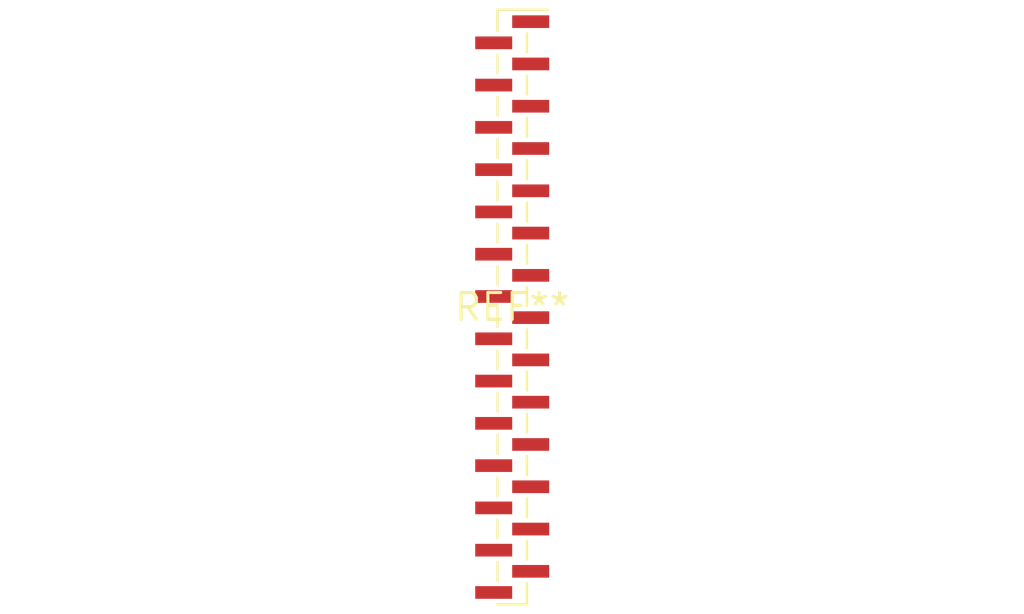
<source format=kicad_pcb>
(kicad_pcb (version 20240108) (generator pcbnew)
  (layers (0 "F.Cu" signal) (31 "B.Cu" signal) (34 "B.Paste" user) (35 "F.Paste" user) (36 "B.SilkS" user "B.Silkscreen") (37 "F.SilkS" user "F.Silkscreen") (38 "B.Mask" user) (39 "F.Mask" user) (44 "Edge.Cuts" user))
  (net 0 "")
  (footprint "PinHeader_1x28_P1.00mm_Vertical_SMD_Pin1Right" (layer "F.Cu") (at 0 0)
    (property "Reference" "REF**")
    (property "Value" "PinHeader_1x28_P1.00mm_Vertical_SMD_Pin1Right")
    (fp_line (start -0.695 -14.06) (end -0.695 -13.06) (layer "F.SilkS") (stroke (width 0.12)))
    (fp_line (start -0.695 -14.06) (end 0.695 -14.06) (layer "F.SilkS") (stroke (width 0.12)))
    (fp_line (start -0.695 -13.94) (end -0.695 -13.06) (layer "F.SilkS") (stroke (width 0.12)))
    (fp_line (start -0.695 -11.94) (end -0.695 -11.06) (layer "F.SilkS") (stroke (width 0.12)))
    (fp_line (start -0.695 -9.94) (end -0.695 -9.06) (layer "F.SilkS") (stroke (width 0.12)))
    (fp_line (start -0.695 -7.94) (end -0.695 -7.06) (layer "F.SilkS") (stroke (width 0.12)))
    (fp_line (start -0.695 -5.94) (end -0.695 -5.06) (layer "F.SilkS") (stroke (width 0.12)))
    (fp_line (start -0.695 -3.94) (end -0.695 -3.06) (layer "F.SilkS") (stroke (width 0.12)))
    (fp_line (start -0.695 -1.94) (end -0.695 -1.06) (layer "F.SilkS") (stroke (width 0.12)))
    (fp_line (start -0.695 0.06) (end -0.695 0.94) (layer "F.SilkS") (stroke (width 0.12)))
    (fp_line (start -0.695 2.06) (end -0.695 2.94) (layer "F.SilkS") (stroke (width 0.12)))
    (fp_line (start -0.695 4.06) (end -0.695 4.94) (layer "F.SilkS") (stroke (width 0.12)))
    (fp_line (start -0.695 6.06) (end -0.695 6.94) (layer "F.SilkS") (stroke (width 0.12)))
    (fp_line (start -0.695 8.06) (end -0.695 8.94) (layer "F.SilkS") (stroke (width 0.12)))
    (fp_line (start -0.695 10.06) (end -0.695 10.94) (layer "F.SilkS") (stroke (width 0.12)))
    (fp_line (start -0.695 12.06) (end -0.695 12.94) (layer "F.SilkS") (stroke (width 0.12)))
    (fp_line (start -0.695 14.06) (end -0.695 14.06) (layer "F.SilkS") (stroke (width 0.12)))
    (fp_line (start -0.695 14.06) (end 0.695 14.06) (layer "F.SilkS") (stroke (width 0.12)))
    (fp_line (start 0.695 -14.06) (end 0.695 -14.06) (layer "F.SilkS") (stroke (width 0.12)))
    (fp_line (start 0.695 -14.06) (end 1.69 -14.06) (layer "F.SilkS") (stroke (width 0.12)))
    (fp_line (start 0.695 -12.94) (end 0.695 -12.06) (layer "F.SilkS") (stroke (width 0.12)))
    (fp_line (start 0.695 -10.94) (end 0.695 -10.06) (layer "F.SilkS") (stroke (width 0.12)))
    (fp_line (start 0.695 -8.94) (end 0.695 -8.06) (layer "F.SilkS") (stroke (width 0.12)))
    (fp_line (start 0.695 -6.94) (end 0.695 -6.06) (layer "F.SilkS") (stroke (width 0.12)))
    (fp_line (start 0.695 -4.94) (end 0.695 -4.06) (layer "F.SilkS") (stroke (width 0.12)))
    (fp_line (start 0.695 -2.94) (end 0.695 -2.06) (layer "F.SilkS") (stroke (width 0.12)))
    (fp_line (start 0.695 -0.94) (end 0.695 -0.06) (layer "F.SilkS") (stroke (width 0.12)))
    (fp_line (start 0.695 1.06) (end 0.695 1.94) (layer "F.SilkS") (stroke (width 0.12)))
    (fp_line (start 0.695 3.06) (end 0.695 3.94) (layer "F.SilkS") (stroke (width 0.12)))
    (fp_line (start 0.695 5.06) (end 0.695 5.94) (layer "F.SilkS") (stroke (width 0.12)))
    (fp_line (start 0.695 7.06) (end 0.695 7.94) (layer "F.SilkS") (stroke (width 0.12)))
    (fp_line (start 0.695 9.06) (end 0.695 9.94) (layer "F.SilkS") (stroke (width 0.12)))
    (fp_line (start 0.695 11.06) (end 0.695 11.94) (layer "F.SilkS") (stroke (width 0.12)))
    (fp_line (start 0.695 13.06) (end 0.695 14.06) (layer "F.SilkS") (stroke (width 0.12)))
    (pad "1" smd rect (at 0.875 -13.5) (size 1.75 0.6) (layers "F.Cu" "F.Paste" "F.Mask"))
    (pad "2" smd rect (at -0.875 -12.5) (size 1.75 0.6) (layers "F.Cu" "F.Paste" "F.Mask"))
    (pad "3" smd rect (at 0.875 -11.5) (size 1.75 0.6) (layers "F.Cu" "F.Paste" "F.Mask"))
    (pad "4" smd rect (at -0.875 -10.5) (size 1.75 0.6) (layers "F.Cu" "F.Paste" "F.Mask"))
    (pad "5" smd rect (at 0.875 -9.5) (size 1.75 0.6) (layers "F.Cu" "F.Paste" "F.Mask"))
    (pad "6" smd rect (at -0.875 -8.5) (size 1.75 0.6) (layers "F.Cu" "F.Paste" "F.Mask"))
    (pad "7" smd rect (at 0.875 -7.5) (size 1.75 0.6) (layers "F.Cu" "F.Paste" "F.Mask"))
    (pad "8" smd rect (at -0.875 -6.5) (size 1.75 0.6) (layers "F.Cu" "F.Paste" "F.Mask"))
    (pad "9" smd rect (at 0.875 -5.5) (size 1.75 0.6) (layers "F.Cu" "F.Paste" "F.Mask"))
    (pad "10" smd rect (at -0.875 -4.5) (size 1.75 0.6) (layers "F.Cu" "F.Paste" "F.Mask"))
    (pad "11" smd rect (at 0.875 -3.5) (size 1.75 0.6) (layers "F.Cu" "F.Paste" "F.Mask"))
    (pad "12" smd rect (at -0.875 -2.5) (size 1.75 0.6) (layers "F.Cu" "F.Paste" "F.Mask"))
    (pad "13" smd rect (at 0.875 -1.5) (size 1.75 0.6) (layers "F.Cu" "F.Paste" "F.Mask"))
    (pad "14" smd rect (at -0.875 -0.5) (size 1.75 0.6) (layers "F.Cu" "F.Paste" "F.Mask"))
    (pad "15" smd rect (at 0.875 0.5) (size 1.75 0.6) (layers "F.Cu" "F.Paste" "F.Mask"))
    (pad "16" smd rect (at -0.875 1.5) (size 1.75 0.6) (layers "F.Cu" "F.Paste" "F.Mask"))
    (pad "17" smd rect (at 0.875 2.5) (size 1.75 0.6) (layers "F.Cu" "F.Paste" "F.Mask"))
    (pad "18" smd rect (at -0.875 3.5) (size 1.75 0.6) (layers "F.Cu" "F.Paste" "F.Mask"))
    (pad "19" smd rect (at 0.875 4.5) (size 1.75 0.6) (layers "F.Cu" "F.Paste" "F.Mask"))
    (pad "20" smd rect (at -0.875 5.5) (size 1.75 0.6) (layers "F.Cu" "F.Paste" "F.Mask"))
    (pad "21" smd rect (at 0.875 6.5) (size 1.75 0.6) (layers "F.Cu" "F.Paste" "F.Mask"))
    (pad "22" smd rect (at -0.875 7.5) (size 1.75 0.6) (layers "F.Cu" "F.Paste" "F.Mask"))
    (pad "23" smd rect (at 0.875 8.5) (size 1.75 0.6) (layers "F.Cu" "F.Paste" "F.Mask"))
    (pad "24" smd rect (at -0.875 9.5) (size 1.75 0.6) (layers "F.Cu" "F.Paste" "F.Mask"))
    (pad "25" smd rect (at 0.875 10.5) (size 1.75 0.6) (layers "F.Cu" "F.Paste" "F.Mask"))
    (pad "26" smd rect (at -0.875 11.5) (size 1.75 0.6) (layers "F.Cu" "F.Paste" "F.Mask"))
    (pad "27" smd rect (at 0.875 12.5) (size 1.75 0.6) (layers "F.Cu" "F.Paste" "F.Mask"))
    (pad "28" smd rect (at -0.875 13.5) (size 1.75 0.6) (layers "F.Cu" "F.Paste" "F.Mask"))
  )
)
</source>
